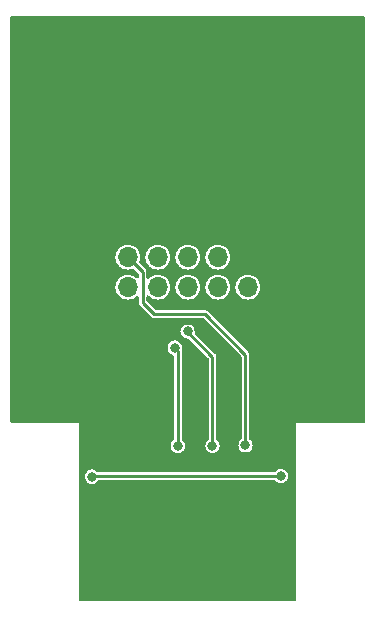
<source format=gbr>
%TF.GenerationSoftware,KiCad,Pcbnew,7.0.7*%
%TF.CreationDate,2024-03-02T19:00:10-05:00*%
%TF.ProjectId,BBAMemCardPCB,4242414d-656d-4436-9172-645043422e6b,rev?*%
%TF.SameCoordinates,Original*%
%TF.FileFunction,Copper,L2,Bot*%
%TF.FilePolarity,Positive*%
%FSLAX46Y46*%
G04 Gerber Fmt 4.6, Leading zero omitted, Abs format (unit mm)*
G04 Created by KiCad (PCBNEW 7.0.7) date 2024-03-02 19:00:10*
%MOMM*%
%LPD*%
G01*
G04 APERTURE LIST*
%TA.AperFunction,ComponentPad*%
%ADD10R,1.700000X1.700000*%
%TD*%
%TA.AperFunction,ComponentPad*%
%ADD11O,1.700000X1.700000*%
%TD*%
%TA.AperFunction,ViaPad*%
%ADD12C,0.800000*%
%TD*%
%TA.AperFunction,Conductor*%
%ADD13C,0.250000*%
%TD*%
%TA.AperFunction,Conductor*%
%ADD14C,0.600000*%
%TD*%
G04 APERTURE END LIST*
D10*
%TO.P,J2,1,Pin_1*%
%TO.N,/GND*%
X144297400Y-93758000D03*
D11*
%TO.P,J2,2,Pin_2*%
%TO.N,/VCC*%
X144297400Y-96298000D03*
%TO.P,J2,3,Pin_3*%
%TO.N,/RST*%
X141757400Y-93758000D03*
%TO.P,J2,4,Pin_4*%
%TO.N,/CS*%
X141757400Y-96298000D03*
%TO.P,J2,5,Pin_5*%
%TO.N,/SCK*%
X139217400Y-93758000D03*
%TO.P,J2,6,Pin_6*%
%TO.N,/SI*%
X139217400Y-96298000D03*
%TO.P,J2,7,Pin_7*%
%TO.N,/SO*%
X136677400Y-93758000D03*
%TO.P,J2,8,Pin_8*%
%TO.N,/WOL*%
X136677400Y-96298000D03*
%TO.P,J2,9,Pin_9*%
%TO.N,/INT*%
X134137400Y-93758000D03*
%TO.P,J2,10,Pin_10*%
%TO.N,/CLK*%
X134137400Y-96298000D03*
%TD*%
D12*
%TO.N,/GND*%
X152527000Y-92557600D03*
X147294600Y-74853800D03*
X140995400Y-75006200D03*
X132740400Y-75107800D03*
X125831600Y-98679000D03*
X125882400Y-92913200D03*
X125933200Y-86233000D03*
X125984000Y-79527400D03*
X152425400Y-74599800D03*
X125933200Y-74904600D03*
X152476200Y-79679800D03*
X152476200Y-86055200D03*
X152628600Y-99568000D03*
X125984000Y-105689400D03*
X135178800Y-102793800D03*
X139903200Y-107010200D03*
X142722600Y-107111800D03*
X152628600Y-106172000D03*
%TO.N,Net-(J1-EXTIN)*%
X147091400Y-112293400D03*
X131089400Y-112344200D03*
%TO.N,/GND*%
X134035800Y-109372400D03*
%TO.N,/INT*%
X144094200Y-109702600D03*
%TO.N,/SO*%
X138353800Y-109753400D03*
X138099800Y-101422200D03*
%TO.N,/SI*%
X141298000Y-109728000D03*
X139192000Y-100050600D03*
%TD*%
D13*
%TO.N,/SO*%
X138353800Y-109753400D02*
X138353800Y-101676200D01*
X138353800Y-101676200D02*
X138099800Y-101422200D01*
%TO.N,/SI*%
X139192000Y-100076000D02*
X139192000Y-100050600D01*
X141298000Y-109728000D02*
X141298000Y-102182000D01*
X141298000Y-102182000D02*
X139192000Y-100076000D01*
%TO.N,/INT*%
X135382000Y-95002600D02*
X134137400Y-93758000D01*
X136347200Y-98577400D02*
X135382000Y-97612200D01*
X135382000Y-97612200D02*
X135382000Y-95002600D01*
X144094200Y-109702600D02*
X144094200Y-102031800D01*
X140639800Y-98577400D02*
X136347200Y-98577400D01*
X144094200Y-102031800D02*
X140639800Y-98577400D01*
D14*
%TO.N,/GND*%
X144297400Y-92938600D02*
X144297400Y-93758000D01*
X130606800Y-93294200D02*
X132410200Y-91490800D01*
X130606800Y-101904800D02*
X130606800Y-93294200D01*
X142849600Y-91490800D02*
X144297400Y-92938600D01*
X134035800Y-105333800D02*
X130606800Y-101904800D01*
X134035800Y-109372400D02*
X134035800Y-105333800D01*
X132410200Y-91490800D02*
X142849600Y-91490800D01*
D13*
%TO.N,Net-(J1-EXTIN)*%
X147066000Y-112318800D02*
X131114800Y-112318800D01*
X131114800Y-112318800D02*
X131089400Y-112344200D01*
X147091400Y-112293400D02*
X147066000Y-112318800D01*
%TD*%
%TA.AperFunction,Conductor*%
%TO.N,/GND*%
G36*
X154133239Y-73339825D02*
G01*
X154178994Y-73392629D01*
X154190200Y-73444140D01*
X154190200Y-107695960D01*
X154170515Y-107762999D01*
X154117711Y-107808754D01*
X154066200Y-107819960D01*
X148416640Y-107819960D01*
X148416434Y-107819919D01*
X148391880Y-107819919D01*
X148391781Y-107819960D01*
X148391497Y-107820076D01*
X148391495Y-107820078D01*
X148391339Y-107820459D01*
X148391356Y-107845076D01*
X148391351Y-107845076D01*
X148391380Y-107845219D01*
X148391380Y-122735300D01*
X148371695Y-122802339D01*
X148318891Y-122848094D01*
X148267380Y-122859300D01*
X130116620Y-122859300D01*
X130049581Y-122839615D01*
X130003826Y-122786811D01*
X129992620Y-122735300D01*
X129992620Y-112344201D01*
X130483718Y-112344201D01*
X130504355Y-112500960D01*
X130504356Y-112500962D01*
X130563728Y-112644300D01*
X130564864Y-112647041D01*
X130661118Y-112772482D01*
X130786559Y-112868736D01*
X130932638Y-112929244D01*
X131011018Y-112939562D01*
X131089399Y-112949882D01*
X131089400Y-112949882D01*
X131089401Y-112949882D01*
X131141653Y-112943002D01*
X131246162Y-112929244D01*
X131392241Y-112868736D01*
X131517682Y-112772482D01*
X131556663Y-112721681D01*
X131578815Y-112692813D01*
X131635243Y-112651611D01*
X131677190Y-112644300D01*
X146542591Y-112644300D01*
X146609630Y-112663985D01*
X146640964Y-112692810D01*
X146663118Y-112721682D01*
X146788559Y-112817936D01*
X146934638Y-112878444D01*
X147013018Y-112888762D01*
X147091399Y-112899082D01*
X147091400Y-112899082D01*
X147091401Y-112899082D01*
X147143654Y-112892202D01*
X147248162Y-112878444D01*
X147394241Y-112817936D01*
X147519682Y-112721682D01*
X147615936Y-112596241D01*
X147676444Y-112450162D01*
X147697082Y-112293400D01*
X147676444Y-112136638D01*
X147615936Y-111990559D01*
X147519682Y-111865118D01*
X147394241Y-111768864D01*
X147370801Y-111759155D01*
X147248162Y-111708356D01*
X147248160Y-111708355D01*
X147091401Y-111687718D01*
X147091399Y-111687718D01*
X146934639Y-111708355D01*
X146934637Y-111708356D01*
X146788560Y-111768863D01*
X146788558Y-111768864D01*
X146788559Y-111768864D01*
X146663118Y-111865118D01*
X146663117Y-111865119D01*
X146663116Y-111865120D01*
X146601985Y-111944787D01*
X146545557Y-111985989D01*
X146503610Y-111993300D01*
X131638209Y-111993300D01*
X131571170Y-111973615D01*
X131539835Y-111944789D01*
X131517682Y-111915918D01*
X131392241Y-111819664D01*
X131246162Y-111759156D01*
X131246160Y-111759155D01*
X131089401Y-111738518D01*
X131089399Y-111738518D01*
X130932639Y-111759155D01*
X130932637Y-111759156D01*
X130786560Y-111819663D01*
X130661118Y-111915918D01*
X130564863Y-112041360D01*
X130504356Y-112187437D01*
X130504355Y-112187439D01*
X130483718Y-112344198D01*
X130483718Y-112344201D01*
X129992620Y-112344201D01*
X129992620Y-107845219D01*
X129992648Y-107845076D01*
X129992644Y-107845076D01*
X129992659Y-107820462D01*
X129992661Y-107820460D01*
X129992582Y-107820268D01*
X129992504Y-107820078D01*
X129992502Y-107820076D01*
X129992219Y-107819960D01*
X129992120Y-107819919D01*
X129967566Y-107819919D01*
X129967360Y-107819960D01*
X124315260Y-107819960D01*
X124248221Y-107800275D01*
X124202466Y-107747471D01*
X124191260Y-107695960D01*
X124191260Y-101422201D01*
X137494118Y-101422201D01*
X137514755Y-101578960D01*
X137514756Y-101578962D01*
X137562038Y-101693112D01*
X137575264Y-101725041D01*
X137671518Y-101850482D01*
X137796959Y-101946736D01*
X137943038Y-102007244D01*
X137943039Y-102007244D01*
X137950547Y-102010354D01*
X137949310Y-102013339D01*
X137996045Y-102041818D01*
X138026581Y-102104661D01*
X138028300Y-102125238D01*
X138028300Y-109185099D01*
X138008615Y-109252138D01*
X137979788Y-109283474D01*
X137925520Y-109325115D01*
X137829263Y-109450560D01*
X137768756Y-109596637D01*
X137768755Y-109596639D01*
X137748118Y-109753398D01*
X137748118Y-109753401D01*
X137768755Y-109910160D01*
X137768756Y-109910162D01*
X137829264Y-110056241D01*
X137925518Y-110181682D01*
X138050959Y-110277936D01*
X138197038Y-110338444D01*
X138275418Y-110348762D01*
X138353799Y-110359082D01*
X138353800Y-110359082D01*
X138353801Y-110359082D01*
X138406053Y-110352202D01*
X138510562Y-110338444D01*
X138656641Y-110277936D01*
X138782082Y-110181682D01*
X138878336Y-110056241D01*
X138938844Y-109910162D01*
X138959482Y-109753400D01*
X138938844Y-109596638D01*
X138878336Y-109450559D01*
X138782082Y-109325118D01*
X138782080Y-109325116D01*
X138782079Y-109325115D01*
X138727812Y-109283474D01*
X138686610Y-109227046D01*
X138679300Y-109185099D01*
X138679300Y-101693112D01*
X138679536Y-101687706D01*
X138683063Y-101647392D01*
X138682117Y-101636590D01*
X138683385Y-101636478D01*
X138683386Y-101584399D01*
X138684839Y-101578972D01*
X138684844Y-101578962D01*
X138705482Y-101422200D01*
X138684844Y-101265438D01*
X138624336Y-101119359D01*
X138528082Y-100993918D01*
X138402641Y-100897664D01*
X138256562Y-100837156D01*
X138256560Y-100837155D01*
X138099801Y-100816518D01*
X138099799Y-100816518D01*
X137943039Y-100837155D01*
X137943037Y-100837156D01*
X137796960Y-100897663D01*
X137671518Y-100993918D01*
X137575263Y-101119360D01*
X137514756Y-101265437D01*
X137514755Y-101265439D01*
X137494118Y-101422198D01*
X137494118Y-101422201D01*
X124191260Y-101422201D01*
X124191260Y-100050601D01*
X138586318Y-100050601D01*
X138606955Y-100207360D01*
X138606956Y-100207362D01*
X138667464Y-100353441D01*
X138763718Y-100478882D01*
X138889159Y-100575136D01*
X139035238Y-100635644D01*
X139085993Y-100642326D01*
X139191999Y-100656282D01*
X139191999Y-100656281D01*
X139192000Y-100656282D01*
X139237373Y-100650308D01*
X139306408Y-100661073D01*
X139341240Y-100685566D01*
X140936181Y-102280507D01*
X140969666Y-102341830D01*
X140972500Y-102368188D01*
X140972500Y-109159699D01*
X140952815Y-109226738D01*
X140923988Y-109258074D01*
X140869720Y-109299715D01*
X140773463Y-109425160D01*
X140712956Y-109571237D01*
X140712955Y-109571239D01*
X140692318Y-109727998D01*
X140692318Y-109728001D01*
X140712955Y-109884760D01*
X140712956Y-109884762D01*
X140773464Y-110030841D01*
X140869718Y-110156282D01*
X140995159Y-110252536D01*
X141141238Y-110313044D01*
X141219618Y-110323362D01*
X141297999Y-110333682D01*
X141298000Y-110333682D01*
X141298001Y-110333682D01*
X141350254Y-110326802D01*
X141454762Y-110313044D01*
X141600841Y-110252536D01*
X141726282Y-110156282D01*
X141822536Y-110030841D01*
X141883044Y-109884762D01*
X141903682Y-109728000D01*
X141883044Y-109571238D01*
X141822536Y-109425159D01*
X141726282Y-109299718D01*
X141726280Y-109299716D01*
X141726279Y-109299715D01*
X141672012Y-109258074D01*
X141630810Y-109201646D01*
X141623500Y-109159699D01*
X141623500Y-102198920D01*
X141623736Y-102193513D01*
X141627264Y-102153193D01*
X141619773Y-102125238D01*
X141616782Y-102114076D01*
X141615616Y-102108818D01*
X141608588Y-102068955D01*
X141608586Y-102068952D01*
X141608586Y-102068950D01*
X141606760Y-102063933D01*
X141599820Y-102047176D01*
X141597554Y-102042319D01*
X141597554Y-102042316D01*
X141574339Y-102009162D01*
X141571433Y-102004599D01*
X141551196Y-101969548D01*
X141551195Y-101969547D01*
X141551194Y-101969545D01*
X141520177Y-101943518D01*
X141516193Y-101939867D01*
X139821056Y-100244730D01*
X139787571Y-100183407D01*
X139785798Y-100140863D01*
X139797682Y-100050600D01*
X139797682Y-100050598D01*
X139777044Y-99893839D01*
X139777044Y-99893838D01*
X139716536Y-99747759D01*
X139620282Y-99622318D01*
X139494841Y-99526064D01*
X139348762Y-99465556D01*
X139348760Y-99465555D01*
X139192001Y-99444918D01*
X139191999Y-99444918D01*
X139035239Y-99465555D01*
X139035237Y-99465556D01*
X138889160Y-99526063D01*
X138763718Y-99622318D01*
X138667463Y-99747760D01*
X138606956Y-99893837D01*
X138606955Y-99893839D01*
X138586318Y-100050598D01*
X138586318Y-100050601D01*
X124191260Y-100050601D01*
X124191260Y-96298000D01*
X133081817Y-96298000D01*
X133102099Y-96503932D01*
X133102100Y-96503934D01*
X133162168Y-96701954D01*
X133259715Y-96884450D01*
X133259717Y-96884452D01*
X133390989Y-97044410D01*
X133420965Y-97069010D01*
X133550950Y-97175685D01*
X133733446Y-97273232D01*
X133931466Y-97333300D01*
X133931465Y-97333300D01*
X133949929Y-97335118D01*
X134137400Y-97353583D01*
X134343334Y-97333300D01*
X134541354Y-97273232D01*
X134723850Y-97175685D01*
X134853834Y-97069010D01*
X134918145Y-97041697D01*
X134987013Y-97053488D01*
X135038573Y-97100641D01*
X135056500Y-97164863D01*
X135056500Y-97595278D01*
X135056264Y-97600685D01*
X135052735Y-97641008D01*
X135063212Y-97680110D01*
X135064383Y-97685390D01*
X135071411Y-97725243D01*
X135073235Y-97730255D01*
X135080197Y-97747061D01*
X135082445Y-97751881D01*
X135082446Y-97751884D01*
X135096452Y-97771887D01*
X135105655Y-97785031D01*
X135108561Y-97789592D01*
X135128806Y-97824655D01*
X135159815Y-97850675D01*
X135163805Y-97854331D01*
X136105063Y-98795589D01*
X136108718Y-98799578D01*
X136134741Y-98830590D01*
X136134743Y-98830591D01*
X136134745Y-98830594D01*
X136134747Y-98830595D01*
X136134748Y-98830596D01*
X136169799Y-98850833D01*
X136174362Y-98853739D01*
X136207516Y-98876954D01*
X136207519Y-98876954D01*
X136212376Y-98879220D01*
X136229133Y-98886160D01*
X136234150Y-98887986D01*
X136234152Y-98887986D01*
X136234155Y-98887988D01*
X136274018Y-98895016D01*
X136279276Y-98896182D01*
X136318393Y-98906664D01*
X136358718Y-98903135D01*
X136364122Y-98902900D01*
X140453612Y-98902900D01*
X140520651Y-98922585D01*
X140541293Y-98939219D01*
X143732381Y-102130307D01*
X143765866Y-102191630D01*
X143768700Y-102217988D01*
X143768700Y-109134299D01*
X143749015Y-109201338D01*
X143720188Y-109232674D01*
X143665920Y-109274315D01*
X143569663Y-109399760D01*
X143509156Y-109545837D01*
X143509155Y-109545839D01*
X143488518Y-109702598D01*
X143488518Y-109702601D01*
X143509155Y-109859360D01*
X143509156Y-109859362D01*
X143569664Y-110005441D01*
X143665918Y-110130882D01*
X143791359Y-110227136D01*
X143937438Y-110287644D01*
X144015819Y-110297962D01*
X144094199Y-110308282D01*
X144094200Y-110308282D01*
X144094201Y-110308282D01*
X144146453Y-110301402D01*
X144250962Y-110287644D01*
X144397041Y-110227136D01*
X144522482Y-110130882D01*
X144618736Y-110005441D01*
X144679244Y-109859362D01*
X144699882Y-109702600D01*
X144679244Y-109545838D01*
X144618736Y-109399759D01*
X144522482Y-109274318D01*
X144522480Y-109274316D01*
X144522479Y-109274315D01*
X144468212Y-109232674D01*
X144427010Y-109176246D01*
X144419700Y-109134299D01*
X144419700Y-102048709D01*
X144419936Y-102043302D01*
X144420023Y-102042316D01*
X144423463Y-102002993D01*
X144423462Y-102002992D01*
X144423463Y-102002991D01*
X144412985Y-101963890D01*
X144411818Y-101958630D01*
X144404788Y-101918755D01*
X144404787Y-101918753D01*
X144402960Y-101913733D01*
X144396020Y-101896976D01*
X144393754Y-101892119D01*
X144393754Y-101892116D01*
X144370537Y-101858959D01*
X144367635Y-101854405D01*
X144347394Y-101819345D01*
X144316382Y-101793322D01*
X144312410Y-101789683D01*
X140881919Y-98359193D01*
X140878274Y-98355214D01*
X140852256Y-98324207D01*
X140852255Y-98324206D01*
X140840858Y-98317626D01*
X140817192Y-98303961D01*
X140812631Y-98301055D01*
X140799487Y-98291852D01*
X140779484Y-98277846D01*
X140779481Y-98277845D01*
X140774661Y-98275597D01*
X140757855Y-98268635D01*
X140752843Y-98266811D01*
X140712990Y-98259783D01*
X140707710Y-98258612D01*
X140668608Y-98248135D01*
X140633692Y-98251190D01*
X140628281Y-98251664D01*
X140622878Y-98251900D01*
X136533388Y-98251900D01*
X136466349Y-98232215D01*
X136445707Y-98215581D01*
X135743819Y-97513693D01*
X135710334Y-97452370D01*
X135707500Y-97426012D01*
X135707500Y-97118643D01*
X135727185Y-97051604D01*
X135779989Y-97005849D01*
X135849147Y-96995905D01*
X135912703Y-97024930D01*
X135927350Y-97039975D01*
X135930990Y-97044410D01*
X135930991Y-97044411D01*
X135930993Y-97044413D01*
X135960965Y-97069010D01*
X136090950Y-97175685D01*
X136273446Y-97273232D01*
X136471466Y-97333300D01*
X136471465Y-97333300D01*
X136489929Y-97335118D01*
X136677400Y-97353583D01*
X136883334Y-97333300D01*
X137081354Y-97273232D01*
X137263850Y-97175685D01*
X137423810Y-97044410D01*
X137555085Y-96884450D01*
X137652632Y-96701954D01*
X137712700Y-96503934D01*
X137732983Y-96298000D01*
X137732983Y-96297999D01*
X138161817Y-96297999D01*
X138182099Y-96503932D01*
X138182100Y-96503934D01*
X138242168Y-96701954D01*
X138339715Y-96884450D01*
X138339717Y-96884452D01*
X138470989Y-97044410D01*
X138500965Y-97069010D01*
X138630950Y-97175685D01*
X138813446Y-97273232D01*
X139011466Y-97333300D01*
X139011465Y-97333300D01*
X139029929Y-97335118D01*
X139217400Y-97353583D01*
X139423334Y-97333300D01*
X139621354Y-97273232D01*
X139803850Y-97175685D01*
X139963810Y-97044410D01*
X140095085Y-96884450D01*
X140192632Y-96701954D01*
X140252700Y-96503934D01*
X140272983Y-96298000D01*
X140701817Y-96298000D01*
X140722099Y-96503932D01*
X140722100Y-96503934D01*
X140782168Y-96701954D01*
X140879715Y-96884450D01*
X140879717Y-96884452D01*
X141010989Y-97044410D01*
X141040965Y-97069010D01*
X141170950Y-97175685D01*
X141353446Y-97273232D01*
X141551466Y-97333300D01*
X141551465Y-97333300D01*
X141569929Y-97335118D01*
X141757400Y-97353583D01*
X141963334Y-97333300D01*
X142161354Y-97273232D01*
X142343850Y-97175685D01*
X142503810Y-97044410D01*
X142635085Y-96884450D01*
X142732632Y-96701954D01*
X142792700Y-96503934D01*
X142812983Y-96298000D01*
X143241817Y-96298000D01*
X143262099Y-96503932D01*
X143262100Y-96503934D01*
X143322168Y-96701954D01*
X143419715Y-96884450D01*
X143419717Y-96884452D01*
X143550989Y-97044410D01*
X143580965Y-97069010D01*
X143710950Y-97175685D01*
X143893446Y-97273232D01*
X144091466Y-97333300D01*
X144091465Y-97333300D01*
X144111747Y-97335297D01*
X144297400Y-97353583D01*
X144503334Y-97333300D01*
X144701354Y-97273232D01*
X144883850Y-97175685D01*
X145043810Y-97044410D01*
X145175085Y-96884450D01*
X145272632Y-96701954D01*
X145332700Y-96503934D01*
X145352983Y-96298000D01*
X145332700Y-96092066D01*
X145272632Y-95894046D01*
X145175085Y-95711550D01*
X145123102Y-95648209D01*
X145043810Y-95551589D01*
X144926077Y-95454969D01*
X144883850Y-95420315D01*
X144701354Y-95322768D01*
X144503334Y-95262700D01*
X144503332Y-95262699D01*
X144503334Y-95262699D01*
X144315863Y-95244235D01*
X144297400Y-95242417D01*
X144297399Y-95242417D01*
X144091467Y-95262699D01*
X143893443Y-95322769D01*
X143783298Y-95381643D01*
X143710950Y-95420315D01*
X143710948Y-95420316D01*
X143710947Y-95420317D01*
X143550989Y-95551589D01*
X143419717Y-95711547D01*
X143322169Y-95894043D01*
X143262099Y-96092067D01*
X143241817Y-96298000D01*
X142812983Y-96298000D01*
X142792700Y-96092066D01*
X142732632Y-95894046D01*
X142635085Y-95711550D01*
X142583102Y-95648209D01*
X142503810Y-95551589D01*
X142386077Y-95454969D01*
X142343850Y-95420315D01*
X142161354Y-95322768D01*
X141963334Y-95262700D01*
X141963332Y-95262699D01*
X141963334Y-95262699D01*
X141775863Y-95244235D01*
X141757400Y-95242417D01*
X141757399Y-95242417D01*
X141551467Y-95262699D01*
X141353443Y-95322769D01*
X141243298Y-95381643D01*
X141170950Y-95420315D01*
X141170948Y-95420316D01*
X141170947Y-95420317D01*
X141010989Y-95551589D01*
X140879717Y-95711547D01*
X140782169Y-95894043D01*
X140722099Y-96092067D01*
X140701817Y-96298000D01*
X140272983Y-96298000D01*
X140252700Y-96092066D01*
X140192632Y-95894046D01*
X140095085Y-95711550D01*
X140043102Y-95648209D01*
X139963810Y-95551589D01*
X139846077Y-95454969D01*
X139803850Y-95420315D01*
X139621354Y-95322768D01*
X139423334Y-95262700D01*
X139423332Y-95262699D01*
X139423334Y-95262699D01*
X139217400Y-95242417D01*
X139011467Y-95262699D01*
X138813443Y-95322769D01*
X138703298Y-95381643D01*
X138630950Y-95420315D01*
X138630948Y-95420316D01*
X138630947Y-95420317D01*
X138470989Y-95551589D01*
X138339717Y-95711547D01*
X138242169Y-95894043D01*
X138182099Y-96092067D01*
X138161817Y-96297999D01*
X137732983Y-96297999D01*
X137712700Y-96092066D01*
X137652632Y-95894046D01*
X137555085Y-95711550D01*
X137503102Y-95648209D01*
X137423810Y-95551589D01*
X137306077Y-95454969D01*
X137263850Y-95420315D01*
X137081354Y-95322768D01*
X136883334Y-95262700D01*
X136883332Y-95262699D01*
X136883334Y-95262699D01*
X136677400Y-95242417D01*
X136471467Y-95262699D01*
X136273443Y-95322769D01*
X136163298Y-95381643D01*
X136090950Y-95420315D01*
X136090948Y-95420316D01*
X136090947Y-95420317D01*
X135930989Y-95551590D01*
X135927353Y-95556021D01*
X135869608Y-95595355D01*
X135799763Y-95597226D01*
X135739995Y-95561039D01*
X135709279Y-95498283D01*
X135707500Y-95477356D01*
X135707500Y-95019512D01*
X135707736Y-95014106D01*
X135711263Y-94973791D01*
X135700785Y-94934690D01*
X135699618Y-94929430D01*
X135692588Y-94889555D01*
X135692587Y-94889553D01*
X135690760Y-94884533D01*
X135683820Y-94867776D01*
X135681554Y-94862919D01*
X135681554Y-94862916D01*
X135658337Y-94829759D01*
X135655435Y-94825205D01*
X135635194Y-94790145D01*
X135604182Y-94764122D01*
X135600210Y-94760483D01*
X135138721Y-94298994D01*
X135105236Y-94237671D01*
X135110220Y-94167979D01*
X135111848Y-94163843D01*
X135112623Y-94161969D01*
X135112632Y-94161954D01*
X135172700Y-93963934D01*
X135192983Y-93758000D01*
X135192983Y-93757999D01*
X135621817Y-93757999D01*
X135642099Y-93963932D01*
X135642100Y-93963934D01*
X135702168Y-94161954D01*
X135799715Y-94344450D01*
X135799717Y-94344452D01*
X135930989Y-94504410D01*
X136027609Y-94583702D01*
X136090950Y-94635685D01*
X136273446Y-94733232D01*
X136471466Y-94793300D01*
X136471465Y-94793300D01*
X136489929Y-94795118D01*
X136677400Y-94813583D01*
X136883334Y-94793300D01*
X137081354Y-94733232D01*
X137263850Y-94635685D01*
X137423810Y-94504410D01*
X137555085Y-94344450D01*
X137652632Y-94161954D01*
X137712700Y-93963934D01*
X137732983Y-93758000D01*
X138161817Y-93758000D01*
X138182099Y-93963932D01*
X138182100Y-93963934D01*
X138242168Y-94161954D01*
X138339715Y-94344450D01*
X138339717Y-94344452D01*
X138470989Y-94504410D01*
X138567609Y-94583702D01*
X138630950Y-94635685D01*
X138813446Y-94733232D01*
X139011466Y-94793300D01*
X139011465Y-94793300D01*
X139031747Y-94795297D01*
X139217400Y-94813583D01*
X139423334Y-94793300D01*
X139621354Y-94733232D01*
X139803850Y-94635685D01*
X139963810Y-94504410D01*
X140095085Y-94344450D01*
X140192632Y-94161954D01*
X140252700Y-93963934D01*
X140272983Y-93758000D01*
X140272983Y-93757999D01*
X140701817Y-93757999D01*
X140722099Y-93963932D01*
X140722100Y-93963934D01*
X140782168Y-94161954D01*
X140879715Y-94344450D01*
X140879717Y-94344452D01*
X141010989Y-94504410D01*
X141107609Y-94583702D01*
X141170950Y-94635685D01*
X141353446Y-94733232D01*
X141551466Y-94793300D01*
X141551465Y-94793300D01*
X141569929Y-94795118D01*
X141757400Y-94813583D01*
X141963334Y-94793300D01*
X142161354Y-94733232D01*
X142343850Y-94635685D01*
X142503810Y-94504410D01*
X142635085Y-94344450D01*
X142732632Y-94161954D01*
X142792700Y-93963934D01*
X142812983Y-93758000D01*
X142792700Y-93552066D01*
X142732632Y-93354046D01*
X142635085Y-93171550D01*
X142583102Y-93108209D01*
X142503810Y-93011589D01*
X142343852Y-92880317D01*
X142343853Y-92880317D01*
X142343850Y-92880315D01*
X142161354Y-92782768D01*
X141963334Y-92722700D01*
X141963332Y-92722699D01*
X141963334Y-92722699D01*
X141757400Y-92702417D01*
X141551467Y-92722699D01*
X141353443Y-92782769D01*
X141243298Y-92841643D01*
X141170950Y-92880315D01*
X141170948Y-92880316D01*
X141170947Y-92880317D01*
X141010989Y-93011589D01*
X140879717Y-93171547D01*
X140782169Y-93354043D01*
X140722099Y-93552067D01*
X140701817Y-93757999D01*
X140272983Y-93757999D01*
X140252700Y-93552066D01*
X140192632Y-93354046D01*
X140095085Y-93171550D01*
X140043102Y-93108209D01*
X139963810Y-93011589D01*
X139803852Y-92880317D01*
X139803853Y-92880317D01*
X139803850Y-92880315D01*
X139621354Y-92782768D01*
X139423334Y-92722700D01*
X139423332Y-92722699D01*
X139423334Y-92722699D01*
X139217400Y-92702417D01*
X139011467Y-92722699D01*
X138813443Y-92782769D01*
X138703298Y-92841643D01*
X138630950Y-92880315D01*
X138630948Y-92880316D01*
X138630947Y-92880317D01*
X138470989Y-93011589D01*
X138339717Y-93171547D01*
X138242169Y-93354043D01*
X138182099Y-93552067D01*
X138161817Y-93758000D01*
X137732983Y-93758000D01*
X137712700Y-93552066D01*
X137652632Y-93354046D01*
X137555085Y-93171550D01*
X137503102Y-93108209D01*
X137423810Y-93011589D01*
X137263852Y-92880317D01*
X137263853Y-92880317D01*
X137263850Y-92880315D01*
X137081354Y-92782768D01*
X136883334Y-92722700D01*
X136883332Y-92722699D01*
X136883334Y-92722699D01*
X136677400Y-92702417D01*
X136471467Y-92722699D01*
X136273443Y-92782769D01*
X136163298Y-92841643D01*
X136090950Y-92880315D01*
X136090948Y-92880316D01*
X136090947Y-92880317D01*
X135930989Y-93011589D01*
X135799717Y-93171547D01*
X135702169Y-93354043D01*
X135642099Y-93552067D01*
X135621817Y-93757999D01*
X135192983Y-93757999D01*
X135172700Y-93552066D01*
X135112632Y-93354046D01*
X135015085Y-93171550D01*
X134963102Y-93108209D01*
X134883810Y-93011589D01*
X134723852Y-92880317D01*
X134723853Y-92880317D01*
X134723850Y-92880315D01*
X134541354Y-92782768D01*
X134343334Y-92722700D01*
X134343332Y-92722699D01*
X134343334Y-92722699D01*
X134155863Y-92704235D01*
X134137400Y-92702417D01*
X134137399Y-92702417D01*
X133931467Y-92722699D01*
X133733443Y-92782769D01*
X133623298Y-92841643D01*
X133550950Y-92880315D01*
X133550948Y-92880316D01*
X133550947Y-92880317D01*
X133390989Y-93011589D01*
X133259717Y-93171547D01*
X133162169Y-93354043D01*
X133102099Y-93552067D01*
X133081817Y-93757999D01*
X133102099Y-93963932D01*
X133102100Y-93963934D01*
X133162168Y-94161954D01*
X133259715Y-94344450D01*
X133259717Y-94344452D01*
X133390989Y-94504410D01*
X133487609Y-94583702D01*
X133550950Y-94635685D01*
X133733446Y-94733232D01*
X133931466Y-94793300D01*
X133931465Y-94793300D01*
X133949929Y-94795118D01*
X134137400Y-94813583D01*
X134343334Y-94793300D01*
X134541354Y-94733232D01*
X134541369Y-94733223D01*
X134543243Y-94732448D01*
X134544318Y-94732332D01*
X134547184Y-94731463D01*
X134547348Y-94732005D01*
X134612711Y-94724969D01*
X134675195Y-94756234D01*
X134678394Y-94759321D01*
X135020181Y-95101107D01*
X135053666Y-95162430D01*
X135056500Y-95188788D01*
X135056500Y-95431136D01*
X135036815Y-95498175D01*
X134984011Y-95543930D01*
X134914853Y-95553874D01*
X134853836Y-95526990D01*
X134723853Y-95420317D01*
X134723851Y-95420316D01*
X134723850Y-95420315D01*
X134541354Y-95322768D01*
X134343334Y-95262700D01*
X134343332Y-95262699D01*
X134343334Y-95262699D01*
X134137400Y-95242417D01*
X133931467Y-95262699D01*
X133733443Y-95322769D01*
X133623298Y-95381643D01*
X133550950Y-95420315D01*
X133550948Y-95420316D01*
X133550947Y-95420317D01*
X133390989Y-95551589D01*
X133259717Y-95711547D01*
X133162169Y-95894043D01*
X133102099Y-96092067D01*
X133081817Y-96298000D01*
X124191260Y-96298000D01*
X124191260Y-73444140D01*
X124210945Y-73377101D01*
X124263749Y-73331346D01*
X124315260Y-73320140D01*
X154066200Y-73320140D01*
X154133239Y-73339825D01*
G37*
%TD.AperFunction*%
%TD*%
M02*

</source>
